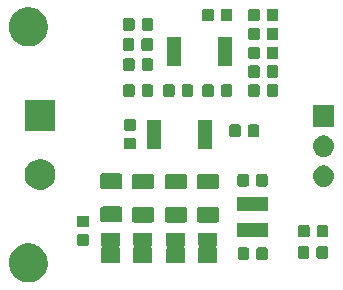
<source format=gts>
G04 #@! TF.GenerationSoftware,KiCad,Pcbnew,(5.1.2)-1*
G04 #@! TF.CreationDate,2021-08-24T10:23:30+09:00*
G04 #@! TF.ProjectId,csa,6373612e-6b69-4636-9164-5f7063625858,v1.3*
G04 #@! TF.SameCoordinates,Original*
G04 #@! TF.FileFunction,Soldermask,Top*
G04 #@! TF.FilePolarity,Negative*
%FSLAX46Y46*%
G04 Gerber Fmt 4.6, Leading zero omitted, Abs format (unit mm)*
G04 Created by KiCad (PCBNEW (5.1.2)-1) date 2021-08-24 10:23:30*
%MOMM*%
%LPD*%
G04 APERTURE LIST*
%ADD10C,0.100000*%
G04 APERTURE END LIST*
D10*
G36*
X140366674Y-130389591D02*
G01*
X140481579Y-130412447D01*
X140653985Y-130483860D01*
X140781922Y-130536853D01*
X140782042Y-130536903D01*
X141052451Y-130717585D01*
X141282415Y-130947549D01*
X141463097Y-131217958D01*
X141569659Y-131475220D01*
X141587553Y-131518422D01*
X141628031Y-131721915D01*
X141651000Y-131837391D01*
X141651000Y-132162609D01*
X141587553Y-132481579D01*
X141463097Y-132782042D01*
X141282415Y-133052451D01*
X141052451Y-133282415D01*
X140782042Y-133463097D01*
X140481579Y-133587553D01*
X140375256Y-133608702D01*
X140162611Y-133651000D01*
X139837389Y-133651000D01*
X139624744Y-133608702D01*
X139518421Y-133587553D01*
X139217958Y-133463097D01*
X138947549Y-133282415D01*
X138717585Y-133052451D01*
X138536903Y-132782042D01*
X138412447Y-132481579D01*
X138349000Y-132162609D01*
X138349000Y-131837391D01*
X138371970Y-131721915D01*
X138412447Y-131518422D01*
X138430342Y-131475220D01*
X138536903Y-131217958D01*
X138717585Y-130947549D01*
X138947549Y-130717585D01*
X139217958Y-130536903D01*
X139218079Y-130536853D01*
X139346015Y-130483860D01*
X139518421Y-130412447D01*
X139633326Y-130389591D01*
X139837389Y-130349000D01*
X140162611Y-130349000D01*
X140366674Y-130389591D01*
X140366674Y-130389591D01*
G37*
G36*
X153259999Y-129449737D02*
G01*
X153269608Y-129452652D01*
X153278472Y-129457390D01*
X153286237Y-129463763D01*
X153292610Y-129471528D01*
X153297348Y-129480392D01*
X153300262Y-129490000D01*
X153301852Y-129506140D01*
X153301852Y-130493860D01*
X153300263Y-130509999D01*
X153297348Y-130519608D01*
X153292610Y-130528472D01*
X153286258Y-130536212D01*
X153286237Y-130536237D01*
X153278427Y-130542640D01*
X153278372Y-130542677D01*
X153268853Y-130550480D01*
X153268878Y-130550511D01*
X153255028Y-130561853D01*
X153239463Y-130580779D01*
X153227889Y-130602377D01*
X153220751Y-130625819D01*
X153218324Y-130650202D01*
X153220700Y-130674591D01*
X153227789Y-130698047D01*
X153239318Y-130719670D01*
X153254843Y-130738628D01*
X153273769Y-130754193D01*
X153276825Y-130756029D01*
X153278514Y-130757418D01*
X153278516Y-130757419D01*
X153286275Y-130763801D01*
X153288397Y-130766392D01*
X153292642Y-130771575D01*
X153295791Y-130777483D01*
X153297367Y-130780438D01*
X153299178Y-130786431D01*
X153300282Y-130790085D01*
X153301852Y-130806113D01*
X153301852Y-131943860D01*
X153300263Y-131959999D01*
X153297348Y-131969608D01*
X153292610Y-131978472D01*
X153286237Y-131986237D01*
X153278472Y-131992610D01*
X153269608Y-131997348D01*
X153259999Y-132000263D01*
X153243860Y-132001852D01*
X151756140Y-132001852D01*
X151740001Y-132000263D01*
X151730392Y-131997348D01*
X151721528Y-131992610D01*
X151713763Y-131986237D01*
X151707390Y-131978472D01*
X151702652Y-131969608D01*
X151699737Y-131959999D01*
X151698148Y-131943860D01*
X151698148Y-130806140D01*
X151699738Y-130790000D01*
X151702652Y-130780392D01*
X151707390Y-130771528D01*
X151713763Y-130763763D01*
X151726737Y-130753116D01*
X151735968Y-130746947D01*
X151753294Y-130729619D01*
X151766907Y-130709244D01*
X151776283Y-130686605D01*
X151781063Y-130662572D01*
X151781062Y-130638068D01*
X151776280Y-130614035D01*
X151766902Y-130591396D01*
X151753287Y-130571022D01*
X151735959Y-130553696D01*
X151726683Y-130546825D01*
X151713800Y-130536274D01*
X151709715Y-130531307D01*
X151707419Y-130528516D01*
X151702674Y-130519661D01*
X151701749Y-130516623D01*
X151699758Y-130510085D01*
X151699758Y-130510082D01*
X151699748Y-130510050D01*
X151698753Y-130500000D01*
X151698753Y-130499935D01*
X151698148Y-130493825D01*
X151698148Y-129506140D01*
X151699738Y-129490000D01*
X151702652Y-129480392D01*
X151707390Y-129471528D01*
X151713763Y-129463763D01*
X151721528Y-129457390D01*
X151730392Y-129452652D01*
X151740001Y-129449737D01*
X151756140Y-129448148D01*
X153243860Y-129448148D01*
X153259999Y-129449737D01*
X153259999Y-129449737D01*
G37*
G36*
X147749999Y-129439737D02*
G01*
X147759608Y-129442652D01*
X147768472Y-129447390D01*
X147776237Y-129453763D01*
X147782610Y-129461528D01*
X147787348Y-129470392D01*
X147790263Y-129480001D01*
X147791852Y-129496140D01*
X147791852Y-130483860D01*
X147790263Y-130499999D01*
X147787348Y-130509608D01*
X147782610Y-130518472D01*
X147776833Y-130525511D01*
X147776237Y-130526237D01*
X147768427Y-130532640D01*
X147768372Y-130532677D01*
X147758853Y-130540480D01*
X147758878Y-130540511D01*
X147745028Y-130551853D01*
X147729463Y-130570779D01*
X147717889Y-130592377D01*
X147710751Y-130615819D01*
X147708324Y-130640202D01*
X147710700Y-130664591D01*
X147717789Y-130688047D01*
X147729318Y-130709670D01*
X147744843Y-130728628D01*
X147763769Y-130744193D01*
X147766825Y-130746029D01*
X147768514Y-130747418D01*
X147768516Y-130747419D01*
X147776275Y-130753801D01*
X147777578Y-130755392D01*
X147782642Y-130761575D01*
X147784497Y-130765055D01*
X147787367Y-130770438D01*
X147790257Y-130780001D01*
X147790282Y-130780085D01*
X147791852Y-130796113D01*
X147791852Y-131933860D01*
X147790263Y-131949999D01*
X147787348Y-131959608D01*
X147782610Y-131968472D01*
X147776237Y-131976237D01*
X147768472Y-131982610D01*
X147759608Y-131987348D01*
X147749999Y-131990263D01*
X147733860Y-131991852D01*
X146246140Y-131991852D01*
X146230001Y-131990263D01*
X146220392Y-131987348D01*
X146211528Y-131982610D01*
X146203763Y-131976237D01*
X146197390Y-131968472D01*
X146192652Y-131959608D01*
X146189737Y-131949999D01*
X146188148Y-131933860D01*
X146188148Y-130796140D01*
X146189737Y-130780001D01*
X146192652Y-130770392D01*
X146197390Y-130761528D01*
X146203763Y-130753763D01*
X146216737Y-130743116D01*
X146225968Y-130736947D01*
X146243294Y-130719619D01*
X146256907Y-130699244D01*
X146266283Y-130676605D01*
X146271063Y-130652572D01*
X146271062Y-130628068D01*
X146266280Y-130604035D01*
X146256902Y-130581396D01*
X146243287Y-130561022D01*
X146225959Y-130543696D01*
X146216683Y-130536825D01*
X146206757Y-130528696D01*
X146203801Y-130526275D01*
X146197419Y-130518516D01*
X146192674Y-130509661D01*
X146190803Y-130503515D01*
X146189758Y-130500085D01*
X146189758Y-130500082D01*
X146189748Y-130500050D01*
X146188753Y-130490000D01*
X146188753Y-130489935D01*
X146188148Y-130483825D01*
X146188148Y-129496140D01*
X146189737Y-129480001D01*
X146192652Y-129470392D01*
X146197390Y-129461528D01*
X146203763Y-129453763D01*
X146211528Y-129447390D01*
X146220392Y-129442652D01*
X146230001Y-129439737D01*
X146246140Y-129438148D01*
X147733860Y-129438148D01*
X147749999Y-129439737D01*
X147749999Y-129439737D01*
G37*
G36*
X155959999Y-129424737D02*
G01*
X155969608Y-129427652D01*
X155978472Y-129432390D01*
X155986237Y-129438763D01*
X155992610Y-129446528D01*
X155997348Y-129455392D01*
X156000263Y-129465001D01*
X156001852Y-129481140D01*
X156001852Y-130468860D01*
X156000263Y-130484999D01*
X155997348Y-130494608D01*
X155992610Y-130503472D01*
X155986258Y-130511212D01*
X155986237Y-130511237D01*
X155978427Y-130517640D01*
X155978372Y-130517677D01*
X155968853Y-130525480D01*
X155968878Y-130525511D01*
X155955028Y-130536853D01*
X155939463Y-130555779D01*
X155927889Y-130577377D01*
X155920751Y-130600819D01*
X155918324Y-130625202D01*
X155920700Y-130649591D01*
X155927789Y-130673047D01*
X155939318Y-130694670D01*
X155954843Y-130713628D01*
X155973769Y-130729193D01*
X155976825Y-130731029D01*
X155978514Y-130732418D01*
X155978516Y-130732419D01*
X155986275Y-130738801D01*
X155988397Y-130741392D01*
X155992642Y-130746575D01*
X155994322Y-130749727D01*
X155997367Y-130755438D01*
X155999894Y-130763800D01*
X156000282Y-130765085D01*
X156001852Y-130781113D01*
X156001852Y-131918860D01*
X156000263Y-131934999D01*
X155997348Y-131944608D01*
X155992610Y-131953472D01*
X155986237Y-131961237D01*
X155978472Y-131967610D01*
X155969608Y-131972348D01*
X155959999Y-131975263D01*
X155943860Y-131976852D01*
X154456140Y-131976852D01*
X154440001Y-131975263D01*
X154430392Y-131972348D01*
X154421528Y-131967610D01*
X154413763Y-131961237D01*
X154407390Y-131953472D01*
X154402652Y-131944608D01*
X154399737Y-131934999D01*
X154398148Y-131918860D01*
X154398148Y-130781140D01*
X154399737Y-130765001D01*
X154402652Y-130755392D01*
X154407390Y-130746528D01*
X154413763Y-130738763D01*
X154426737Y-130728116D01*
X154435968Y-130721947D01*
X154453294Y-130704619D01*
X154466907Y-130684244D01*
X154476283Y-130661605D01*
X154481063Y-130637572D01*
X154481062Y-130613068D01*
X154476280Y-130589035D01*
X154466902Y-130566396D01*
X154453287Y-130546022D01*
X154435959Y-130528696D01*
X154426683Y-130521825D01*
X154413800Y-130511274D01*
X154412430Y-130509608D01*
X154407419Y-130503516D01*
X154402674Y-130494661D01*
X154401255Y-130490000D01*
X154399758Y-130485085D01*
X154399758Y-130485082D01*
X154399748Y-130485050D01*
X154398753Y-130475000D01*
X154398753Y-130474935D01*
X154398148Y-130468825D01*
X154398148Y-129481140D01*
X154399737Y-129465001D01*
X154402652Y-129455392D01*
X154407390Y-129446528D01*
X154413763Y-129438763D01*
X154421528Y-129432390D01*
X154430392Y-129427652D01*
X154440001Y-129424737D01*
X154456140Y-129423148D01*
X155943860Y-129423148D01*
X155959999Y-129424737D01*
X155959999Y-129424737D01*
G37*
G36*
X150459999Y-129424737D02*
G01*
X150469608Y-129427652D01*
X150478472Y-129432390D01*
X150486237Y-129438763D01*
X150492610Y-129446528D01*
X150497348Y-129455392D01*
X150500263Y-129465001D01*
X150501852Y-129481140D01*
X150501852Y-130468860D01*
X150500263Y-130484999D01*
X150497348Y-130494608D01*
X150492610Y-130503472D01*
X150486258Y-130511212D01*
X150486237Y-130511237D01*
X150478427Y-130517640D01*
X150478372Y-130517677D01*
X150468853Y-130525480D01*
X150468878Y-130525511D01*
X150455028Y-130536853D01*
X150439463Y-130555779D01*
X150427889Y-130577377D01*
X150420751Y-130600819D01*
X150418324Y-130625202D01*
X150420700Y-130649591D01*
X150427789Y-130673047D01*
X150439318Y-130694670D01*
X150454843Y-130713628D01*
X150473769Y-130729193D01*
X150476825Y-130731029D01*
X150478514Y-130732418D01*
X150478516Y-130732419D01*
X150486275Y-130738801D01*
X150488397Y-130741392D01*
X150492642Y-130746575D01*
X150494322Y-130749727D01*
X150497367Y-130755438D01*
X150499894Y-130763800D01*
X150500282Y-130765085D01*
X150501852Y-130781113D01*
X150501852Y-131918860D01*
X150500263Y-131934999D01*
X150497348Y-131944608D01*
X150492610Y-131953472D01*
X150486237Y-131961237D01*
X150478472Y-131967610D01*
X150469608Y-131972348D01*
X150459999Y-131975263D01*
X150443860Y-131976852D01*
X148956140Y-131976852D01*
X148940001Y-131975263D01*
X148930392Y-131972348D01*
X148921528Y-131967610D01*
X148913763Y-131961237D01*
X148907390Y-131953472D01*
X148902652Y-131944608D01*
X148899737Y-131934999D01*
X148898148Y-131918860D01*
X148898148Y-130781140D01*
X148899737Y-130765001D01*
X148902652Y-130755392D01*
X148907390Y-130746528D01*
X148913763Y-130738763D01*
X148926737Y-130728116D01*
X148935968Y-130721947D01*
X148953294Y-130704619D01*
X148966907Y-130684244D01*
X148976283Y-130661605D01*
X148981063Y-130637572D01*
X148981062Y-130613068D01*
X148976280Y-130589035D01*
X148966902Y-130566396D01*
X148953287Y-130546022D01*
X148935959Y-130528696D01*
X148926683Y-130521825D01*
X148913800Y-130511274D01*
X148912430Y-130509608D01*
X148907419Y-130503516D01*
X148902674Y-130494661D01*
X148901255Y-130490000D01*
X148899758Y-130485085D01*
X148899758Y-130485082D01*
X148899748Y-130485050D01*
X148898753Y-130475000D01*
X148898753Y-130474935D01*
X148898148Y-130468825D01*
X148898148Y-129481140D01*
X148899737Y-129465001D01*
X148902652Y-129455392D01*
X148907390Y-129446528D01*
X148913763Y-129438763D01*
X148921528Y-129432390D01*
X148930392Y-129427652D01*
X148940001Y-129424737D01*
X148956140Y-129423148D01*
X150443860Y-129423148D01*
X150459999Y-129424737D01*
X150459999Y-129424737D01*
G37*
G36*
X160129591Y-130678085D02*
G01*
X160163569Y-130688393D01*
X160194890Y-130705134D01*
X160222339Y-130727661D01*
X160244866Y-130755110D01*
X160261607Y-130786431D01*
X160271915Y-130820409D01*
X160276000Y-130861890D01*
X160276000Y-131538110D01*
X160271915Y-131579591D01*
X160261607Y-131613569D01*
X160244866Y-131644890D01*
X160222339Y-131672339D01*
X160194890Y-131694866D01*
X160163569Y-131711607D01*
X160129591Y-131721915D01*
X160088110Y-131726000D01*
X159486890Y-131726000D01*
X159445409Y-131721915D01*
X159411431Y-131711607D01*
X159380110Y-131694866D01*
X159352661Y-131672339D01*
X159330134Y-131644890D01*
X159313393Y-131613569D01*
X159303085Y-131579591D01*
X159299000Y-131538110D01*
X159299000Y-130861890D01*
X159303085Y-130820409D01*
X159313393Y-130786431D01*
X159330134Y-130755110D01*
X159352661Y-130727661D01*
X159380110Y-130705134D01*
X159411431Y-130688393D01*
X159445409Y-130678085D01*
X159486890Y-130674000D01*
X160088110Y-130674000D01*
X160129591Y-130678085D01*
X160129591Y-130678085D01*
G37*
G36*
X158554591Y-130678085D02*
G01*
X158588569Y-130688393D01*
X158619890Y-130705134D01*
X158647339Y-130727661D01*
X158669866Y-130755110D01*
X158686607Y-130786431D01*
X158696915Y-130820409D01*
X158701000Y-130861890D01*
X158701000Y-131538110D01*
X158696915Y-131579591D01*
X158686607Y-131613569D01*
X158669866Y-131644890D01*
X158647339Y-131672339D01*
X158619890Y-131694866D01*
X158588569Y-131711607D01*
X158554591Y-131721915D01*
X158513110Y-131726000D01*
X157911890Y-131726000D01*
X157870409Y-131721915D01*
X157836431Y-131711607D01*
X157805110Y-131694866D01*
X157777661Y-131672339D01*
X157755134Y-131644890D01*
X157738393Y-131613569D01*
X157728085Y-131579591D01*
X157724000Y-131538110D01*
X157724000Y-130861890D01*
X157728085Y-130820409D01*
X157738393Y-130786431D01*
X157755134Y-130755110D01*
X157777661Y-130727661D01*
X157805110Y-130705134D01*
X157836431Y-130688393D01*
X157870409Y-130678085D01*
X157911890Y-130674000D01*
X158513110Y-130674000D01*
X158554591Y-130678085D01*
X158554591Y-130678085D01*
G37*
G36*
X165229591Y-130578085D02*
G01*
X165263569Y-130588393D01*
X165294890Y-130605134D01*
X165322339Y-130627661D01*
X165344866Y-130655110D01*
X165361607Y-130686431D01*
X165371915Y-130720409D01*
X165376000Y-130761890D01*
X165376000Y-131438110D01*
X165371915Y-131479591D01*
X165361607Y-131513569D01*
X165344866Y-131544890D01*
X165322339Y-131572339D01*
X165294890Y-131594866D01*
X165263569Y-131611607D01*
X165229591Y-131621915D01*
X165188110Y-131626000D01*
X164586890Y-131626000D01*
X164545409Y-131621915D01*
X164511431Y-131611607D01*
X164480110Y-131594866D01*
X164452661Y-131572339D01*
X164430134Y-131544890D01*
X164413393Y-131513569D01*
X164403085Y-131479591D01*
X164399000Y-131438110D01*
X164399000Y-130761890D01*
X164403085Y-130720409D01*
X164413393Y-130686431D01*
X164430134Y-130655110D01*
X164452661Y-130627661D01*
X164480110Y-130605134D01*
X164511431Y-130588393D01*
X164545409Y-130578085D01*
X164586890Y-130574000D01*
X165188110Y-130574000D01*
X165229591Y-130578085D01*
X165229591Y-130578085D01*
G37*
G36*
X163654591Y-130578085D02*
G01*
X163688569Y-130588393D01*
X163719890Y-130605134D01*
X163747339Y-130627661D01*
X163769866Y-130655110D01*
X163786607Y-130686431D01*
X163796915Y-130720409D01*
X163801000Y-130761890D01*
X163801000Y-131438110D01*
X163796915Y-131479591D01*
X163786607Y-131513569D01*
X163769866Y-131544890D01*
X163747339Y-131572339D01*
X163719890Y-131594866D01*
X163688569Y-131611607D01*
X163654591Y-131621915D01*
X163613110Y-131626000D01*
X163011890Y-131626000D01*
X162970409Y-131621915D01*
X162936431Y-131611607D01*
X162905110Y-131594866D01*
X162877661Y-131572339D01*
X162855134Y-131544890D01*
X162838393Y-131513569D01*
X162828085Y-131479591D01*
X162824000Y-131438110D01*
X162824000Y-130761890D01*
X162828085Y-130720409D01*
X162838393Y-130686431D01*
X162855134Y-130655110D01*
X162877661Y-130627661D01*
X162905110Y-130605134D01*
X162936431Y-130588393D01*
X162970409Y-130578085D01*
X163011890Y-130574000D01*
X163613110Y-130574000D01*
X163654591Y-130578085D01*
X163654591Y-130578085D01*
G37*
G36*
X145019591Y-129563085D02*
G01*
X145053569Y-129573393D01*
X145084890Y-129590134D01*
X145112339Y-129612661D01*
X145134866Y-129640110D01*
X145151607Y-129671431D01*
X145161915Y-129705409D01*
X145166000Y-129746890D01*
X145166000Y-130348110D01*
X145161915Y-130389591D01*
X145151607Y-130423569D01*
X145134866Y-130454890D01*
X145112339Y-130482339D01*
X145084890Y-130504866D01*
X145053569Y-130521607D01*
X145019591Y-130531915D01*
X144978110Y-130536000D01*
X144301890Y-130536000D01*
X144260409Y-130531915D01*
X144226431Y-130521607D01*
X144195110Y-130504866D01*
X144167661Y-130482339D01*
X144145134Y-130454890D01*
X144128393Y-130423569D01*
X144118085Y-130389591D01*
X144114000Y-130348110D01*
X144114000Y-129746890D01*
X144118085Y-129705409D01*
X144128393Y-129671431D01*
X144145134Y-129640110D01*
X144167661Y-129612661D01*
X144195110Y-129590134D01*
X144226431Y-129573393D01*
X144260409Y-129563085D01*
X144301890Y-129559000D01*
X144978110Y-129559000D01*
X145019591Y-129563085D01*
X145019591Y-129563085D01*
G37*
G36*
X165241591Y-128778085D02*
G01*
X165275569Y-128788393D01*
X165306890Y-128805134D01*
X165334339Y-128827661D01*
X165356866Y-128855110D01*
X165373607Y-128886431D01*
X165383915Y-128920409D01*
X165388000Y-128961890D01*
X165388000Y-129638110D01*
X165383915Y-129679591D01*
X165373607Y-129713569D01*
X165356866Y-129744890D01*
X165334339Y-129772339D01*
X165306890Y-129794866D01*
X165275569Y-129811607D01*
X165241591Y-129821915D01*
X165200110Y-129826000D01*
X164598890Y-129826000D01*
X164557409Y-129821915D01*
X164523431Y-129811607D01*
X164492110Y-129794866D01*
X164464661Y-129772339D01*
X164442134Y-129744890D01*
X164425393Y-129713569D01*
X164415085Y-129679591D01*
X164411000Y-129638110D01*
X164411000Y-128961890D01*
X164415085Y-128920409D01*
X164425393Y-128886431D01*
X164442134Y-128855110D01*
X164464661Y-128827661D01*
X164492110Y-128805134D01*
X164523431Y-128788393D01*
X164557409Y-128778085D01*
X164598890Y-128774000D01*
X165200110Y-128774000D01*
X165241591Y-128778085D01*
X165241591Y-128778085D01*
G37*
G36*
X163666591Y-128778085D02*
G01*
X163700569Y-128788393D01*
X163731890Y-128805134D01*
X163759339Y-128827661D01*
X163781866Y-128855110D01*
X163798607Y-128886431D01*
X163808915Y-128920409D01*
X163813000Y-128961890D01*
X163813000Y-129638110D01*
X163808915Y-129679591D01*
X163798607Y-129713569D01*
X163781866Y-129744890D01*
X163759339Y-129772339D01*
X163731890Y-129794866D01*
X163700569Y-129811607D01*
X163666591Y-129821915D01*
X163625110Y-129826000D01*
X163023890Y-129826000D01*
X162982409Y-129821915D01*
X162948431Y-129811607D01*
X162917110Y-129794866D01*
X162889661Y-129772339D01*
X162867134Y-129744890D01*
X162850393Y-129713569D01*
X162840085Y-129679591D01*
X162836000Y-129638110D01*
X162836000Y-128961890D01*
X162840085Y-128920409D01*
X162850393Y-128886431D01*
X162867134Y-128855110D01*
X162889661Y-128827661D01*
X162917110Y-128805134D01*
X162948431Y-128788393D01*
X162982409Y-128778085D01*
X163023890Y-128774000D01*
X163625110Y-128774000D01*
X163666591Y-128778085D01*
X163666591Y-128778085D01*
G37*
G36*
X160326000Y-129781000D02*
G01*
X157674000Y-129781000D01*
X157674000Y-128619000D01*
X160326000Y-128619000D01*
X160326000Y-129781000D01*
X160326000Y-129781000D01*
G37*
G36*
X145019591Y-127988085D02*
G01*
X145053569Y-127998393D01*
X145084890Y-128015134D01*
X145112339Y-128037661D01*
X145134866Y-128065110D01*
X145151607Y-128096431D01*
X145161915Y-128130409D01*
X145166000Y-128171890D01*
X145166000Y-128773110D01*
X145161915Y-128814591D01*
X145151607Y-128848569D01*
X145134866Y-128879890D01*
X145112339Y-128907339D01*
X145084890Y-128929866D01*
X145053569Y-128946607D01*
X145019591Y-128956915D01*
X144978110Y-128961000D01*
X144301890Y-128961000D01*
X144260409Y-128956915D01*
X144226431Y-128946607D01*
X144195110Y-128929866D01*
X144167661Y-128907339D01*
X144145134Y-128879890D01*
X144128393Y-128848569D01*
X144118085Y-128814591D01*
X144114000Y-128773110D01*
X144114000Y-128171890D01*
X144118085Y-128130409D01*
X144128393Y-128096431D01*
X144145134Y-128065110D01*
X144167661Y-128037661D01*
X144195110Y-128015134D01*
X144226431Y-127998393D01*
X144260409Y-127988085D01*
X144301890Y-127984000D01*
X144978110Y-127984000D01*
X145019591Y-127988085D01*
X145019591Y-127988085D01*
G37*
G36*
X155968604Y-127228347D02*
G01*
X156005144Y-127239432D01*
X156038821Y-127257433D01*
X156068341Y-127281659D01*
X156092567Y-127311179D01*
X156110568Y-127344856D01*
X156121653Y-127381396D01*
X156126000Y-127425538D01*
X156126000Y-128374462D01*
X156121653Y-128418604D01*
X156110568Y-128455144D01*
X156092567Y-128488821D01*
X156068341Y-128518341D01*
X156038821Y-128542567D01*
X156005144Y-128560568D01*
X155968604Y-128571653D01*
X155924462Y-128576000D01*
X154475538Y-128576000D01*
X154431396Y-128571653D01*
X154394856Y-128560568D01*
X154361179Y-128542567D01*
X154331659Y-128518341D01*
X154307433Y-128488821D01*
X154289432Y-128455144D01*
X154278347Y-128418604D01*
X154274000Y-128374462D01*
X154274000Y-127425538D01*
X154278347Y-127381396D01*
X154289432Y-127344856D01*
X154307433Y-127311179D01*
X154331659Y-127281659D01*
X154361179Y-127257433D01*
X154394856Y-127239432D01*
X154431396Y-127228347D01*
X154475538Y-127224000D01*
X155924462Y-127224000D01*
X155968604Y-127228347D01*
X155968604Y-127228347D01*
G37*
G36*
X150468604Y-127228347D02*
G01*
X150505144Y-127239432D01*
X150538821Y-127257433D01*
X150568341Y-127281659D01*
X150592567Y-127311179D01*
X150610568Y-127344856D01*
X150621653Y-127381396D01*
X150626000Y-127425538D01*
X150626000Y-128374462D01*
X150621653Y-128418604D01*
X150610568Y-128455144D01*
X150592567Y-128488821D01*
X150568341Y-128518341D01*
X150538821Y-128542567D01*
X150505144Y-128560568D01*
X150468604Y-128571653D01*
X150424462Y-128576000D01*
X148975538Y-128576000D01*
X148931396Y-128571653D01*
X148894856Y-128560568D01*
X148861179Y-128542567D01*
X148831659Y-128518341D01*
X148807433Y-128488821D01*
X148789432Y-128455144D01*
X148778347Y-128418604D01*
X148774000Y-128374462D01*
X148774000Y-127425538D01*
X148778347Y-127381396D01*
X148789432Y-127344856D01*
X148807433Y-127311179D01*
X148831659Y-127281659D01*
X148861179Y-127257433D01*
X148894856Y-127239432D01*
X148931396Y-127228347D01*
X148975538Y-127224000D01*
X150424462Y-127224000D01*
X150468604Y-127228347D01*
X150468604Y-127228347D01*
G37*
G36*
X153268604Y-127228347D02*
G01*
X153305144Y-127239432D01*
X153338821Y-127257433D01*
X153368341Y-127281659D01*
X153392567Y-127311179D01*
X153410568Y-127344856D01*
X153421653Y-127381396D01*
X153426000Y-127425538D01*
X153426000Y-128374462D01*
X153421653Y-128418604D01*
X153410568Y-128455144D01*
X153392567Y-128488821D01*
X153368341Y-128518341D01*
X153338821Y-128542567D01*
X153305144Y-128560568D01*
X153268604Y-128571653D01*
X153224462Y-128576000D01*
X151775538Y-128576000D01*
X151731396Y-128571653D01*
X151694856Y-128560568D01*
X151661179Y-128542567D01*
X151631659Y-128518341D01*
X151607433Y-128488821D01*
X151589432Y-128455144D01*
X151578347Y-128418604D01*
X151574000Y-128374462D01*
X151574000Y-127425538D01*
X151578347Y-127381396D01*
X151589432Y-127344856D01*
X151607433Y-127311179D01*
X151631659Y-127281659D01*
X151661179Y-127257433D01*
X151694856Y-127239432D01*
X151731396Y-127228347D01*
X151775538Y-127224000D01*
X153224462Y-127224000D01*
X153268604Y-127228347D01*
X153268604Y-127228347D01*
G37*
G36*
X147788604Y-127218347D02*
G01*
X147825144Y-127229432D01*
X147858821Y-127247433D01*
X147888341Y-127271659D01*
X147912567Y-127301179D01*
X147930568Y-127334856D01*
X147941653Y-127371396D01*
X147946000Y-127415538D01*
X147946000Y-128364462D01*
X147941653Y-128408604D01*
X147930568Y-128445144D01*
X147912567Y-128478821D01*
X147888341Y-128508341D01*
X147858821Y-128532567D01*
X147825144Y-128550568D01*
X147788604Y-128561653D01*
X147744462Y-128566000D01*
X146295538Y-128566000D01*
X146251396Y-128561653D01*
X146214856Y-128550568D01*
X146181179Y-128532567D01*
X146151659Y-128508341D01*
X146127433Y-128478821D01*
X146109432Y-128445144D01*
X146098347Y-128408604D01*
X146094000Y-128364462D01*
X146094000Y-127415538D01*
X146098347Y-127371396D01*
X146109432Y-127334856D01*
X146127433Y-127301179D01*
X146151659Y-127271659D01*
X146181179Y-127247433D01*
X146214856Y-127229432D01*
X146251396Y-127218347D01*
X146295538Y-127214000D01*
X147744462Y-127214000D01*
X147788604Y-127218347D01*
X147788604Y-127218347D01*
G37*
G36*
X160326000Y-127581000D02*
G01*
X157674000Y-127581000D01*
X157674000Y-126419000D01*
X160326000Y-126419000D01*
X160326000Y-127581000D01*
X160326000Y-127581000D01*
G37*
G36*
X141379487Y-123248996D02*
G01*
X141616253Y-123347068D01*
X141616255Y-123347069D01*
X141829339Y-123489447D01*
X142010553Y-123670661D01*
X142056216Y-123739000D01*
X142152932Y-123883747D01*
X142251004Y-124120513D01*
X142301000Y-124371861D01*
X142301000Y-124628139D01*
X142251004Y-124879487D01*
X142152932Y-125116253D01*
X142152931Y-125116255D01*
X142010553Y-125329339D01*
X141829339Y-125510553D01*
X141616255Y-125652931D01*
X141616254Y-125652932D01*
X141616253Y-125652932D01*
X141379487Y-125751004D01*
X141128139Y-125801000D01*
X140871861Y-125801000D01*
X140620513Y-125751004D01*
X140383747Y-125652932D01*
X140383746Y-125652932D01*
X140383745Y-125652931D01*
X140170661Y-125510553D01*
X139989447Y-125329339D01*
X139847069Y-125116255D01*
X139847068Y-125116253D01*
X139748996Y-124879487D01*
X139699000Y-124628139D01*
X139699000Y-124371861D01*
X139748996Y-124120513D01*
X139847068Y-123883747D01*
X139943785Y-123739000D01*
X139989447Y-123670661D01*
X140170661Y-123489447D01*
X140383745Y-123347069D01*
X140383747Y-123347068D01*
X140620513Y-123248996D01*
X140871861Y-123199000D01*
X141128139Y-123199000D01*
X141379487Y-123248996D01*
X141379487Y-123248996D01*
G37*
G36*
X155968604Y-124428347D02*
G01*
X156005144Y-124439432D01*
X156038821Y-124457433D01*
X156068341Y-124481659D01*
X156092567Y-124511179D01*
X156110568Y-124544856D01*
X156121653Y-124581396D01*
X156126000Y-124625538D01*
X156126000Y-125574462D01*
X156121653Y-125618604D01*
X156110568Y-125655144D01*
X156092567Y-125688821D01*
X156068341Y-125718341D01*
X156038821Y-125742567D01*
X156005144Y-125760568D01*
X155968604Y-125771653D01*
X155924462Y-125776000D01*
X154475538Y-125776000D01*
X154431396Y-125771653D01*
X154394856Y-125760568D01*
X154361179Y-125742567D01*
X154331659Y-125718341D01*
X154307433Y-125688821D01*
X154289432Y-125655144D01*
X154278347Y-125618604D01*
X154274000Y-125574462D01*
X154274000Y-124625538D01*
X154278347Y-124581396D01*
X154289432Y-124544856D01*
X154307433Y-124511179D01*
X154331659Y-124481659D01*
X154361179Y-124457433D01*
X154394856Y-124439432D01*
X154431396Y-124428347D01*
X154475538Y-124424000D01*
X155924462Y-124424000D01*
X155968604Y-124428347D01*
X155968604Y-124428347D01*
G37*
G36*
X153268604Y-124428347D02*
G01*
X153305144Y-124439432D01*
X153338821Y-124457433D01*
X153368341Y-124481659D01*
X153392567Y-124511179D01*
X153410568Y-124544856D01*
X153421653Y-124581396D01*
X153426000Y-124625538D01*
X153426000Y-125574462D01*
X153421653Y-125618604D01*
X153410568Y-125655144D01*
X153392567Y-125688821D01*
X153368341Y-125718341D01*
X153338821Y-125742567D01*
X153305144Y-125760568D01*
X153268604Y-125771653D01*
X153224462Y-125776000D01*
X151775538Y-125776000D01*
X151731396Y-125771653D01*
X151694856Y-125760568D01*
X151661179Y-125742567D01*
X151631659Y-125718341D01*
X151607433Y-125688821D01*
X151589432Y-125655144D01*
X151578347Y-125618604D01*
X151574000Y-125574462D01*
X151574000Y-124625538D01*
X151578347Y-124581396D01*
X151589432Y-124544856D01*
X151607433Y-124511179D01*
X151631659Y-124481659D01*
X151661179Y-124457433D01*
X151694856Y-124439432D01*
X151731396Y-124428347D01*
X151775538Y-124424000D01*
X153224462Y-124424000D01*
X153268604Y-124428347D01*
X153268604Y-124428347D01*
G37*
G36*
X150468604Y-124428347D02*
G01*
X150505144Y-124439432D01*
X150538821Y-124457433D01*
X150568341Y-124481659D01*
X150592567Y-124511179D01*
X150610568Y-124544856D01*
X150621653Y-124581396D01*
X150626000Y-124625538D01*
X150626000Y-125574462D01*
X150621653Y-125618604D01*
X150610568Y-125655144D01*
X150592567Y-125688821D01*
X150568341Y-125718341D01*
X150538821Y-125742567D01*
X150505144Y-125760568D01*
X150468604Y-125771653D01*
X150424462Y-125776000D01*
X148975538Y-125776000D01*
X148931396Y-125771653D01*
X148894856Y-125760568D01*
X148861179Y-125742567D01*
X148831659Y-125718341D01*
X148807433Y-125688821D01*
X148789432Y-125655144D01*
X148778347Y-125618604D01*
X148774000Y-125574462D01*
X148774000Y-124625538D01*
X148778347Y-124581396D01*
X148789432Y-124544856D01*
X148807433Y-124511179D01*
X148831659Y-124481659D01*
X148861179Y-124457433D01*
X148894856Y-124439432D01*
X148931396Y-124428347D01*
X148975538Y-124424000D01*
X150424462Y-124424000D01*
X150468604Y-124428347D01*
X150468604Y-124428347D01*
G37*
G36*
X147788604Y-124418347D02*
G01*
X147825144Y-124429432D01*
X147858821Y-124447433D01*
X147888341Y-124471659D01*
X147912567Y-124501179D01*
X147930568Y-124534856D01*
X147941653Y-124571396D01*
X147946000Y-124615538D01*
X147946000Y-125564462D01*
X147941653Y-125608604D01*
X147930568Y-125645144D01*
X147912567Y-125678821D01*
X147888341Y-125708341D01*
X147858821Y-125732567D01*
X147825144Y-125750568D01*
X147788604Y-125761653D01*
X147744462Y-125766000D01*
X146295538Y-125766000D01*
X146251396Y-125761653D01*
X146214856Y-125750568D01*
X146181179Y-125732567D01*
X146151659Y-125708341D01*
X146127433Y-125678821D01*
X146109432Y-125645144D01*
X146098347Y-125608604D01*
X146094000Y-125564462D01*
X146094000Y-124615538D01*
X146098347Y-124571396D01*
X146109432Y-124534856D01*
X146127433Y-124501179D01*
X146151659Y-124471659D01*
X146181179Y-124447433D01*
X146214856Y-124429432D01*
X146251396Y-124418347D01*
X146295538Y-124414000D01*
X147744462Y-124414000D01*
X147788604Y-124418347D01*
X147788604Y-124418347D01*
G37*
G36*
X165110442Y-123745518D02*
G01*
X165176627Y-123752037D01*
X165346466Y-123803557D01*
X165502991Y-123887222D01*
X165538729Y-123916552D01*
X165640186Y-123999814D01*
X165723448Y-124101271D01*
X165752778Y-124137009D01*
X165836443Y-124293534D01*
X165887963Y-124463373D01*
X165905359Y-124640000D01*
X165887963Y-124816627D01*
X165836443Y-124986466D01*
X165752778Y-125142991D01*
X165723448Y-125178729D01*
X165640186Y-125280186D01*
X165580216Y-125329401D01*
X165502991Y-125392778D01*
X165346466Y-125476443D01*
X165176627Y-125527963D01*
X165110442Y-125534482D01*
X165044260Y-125541000D01*
X164955740Y-125541000D01*
X164889558Y-125534482D01*
X164823373Y-125527963D01*
X164653534Y-125476443D01*
X164497009Y-125392778D01*
X164419784Y-125329401D01*
X164359814Y-125280186D01*
X164276552Y-125178729D01*
X164247222Y-125142991D01*
X164163557Y-124986466D01*
X164112037Y-124816627D01*
X164094641Y-124640000D01*
X164112037Y-124463373D01*
X164163557Y-124293534D01*
X164247222Y-124137009D01*
X164276552Y-124101271D01*
X164359814Y-123999814D01*
X164461271Y-123916552D01*
X164497009Y-123887222D01*
X164653534Y-123803557D01*
X164823373Y-123752037D01*
X164889558Y-123745518D01*
X164955740Y-123739000D01*
X165044260Y-123739000D01*
X165110442Y-123745518D01*
X165110442Y-123745518D01*
G37*
G36*
X160117591Y-124478085D02*
G01*
X160151569Y-124488393D01*
X160182890Y-124505134D01*
X160210339Y-124527661D01*
X160232866Y-124555110D01*
X160249607Y-124586431D01*
X160259915Y-124620409D01*
X160264000Y-124661890D01*
X160264000Y-125338110D01*
X160259915Y-125379591D01*
X160249607Y-125413569D01*
X160232866Y-125444890D01*
X160210339Y-125472339D01*
X160182890Y-125494866D01*
X160151569Y-125511607D01*
X160117591Y-125521915D01*
X160076110Y-125526000D01*
X159474890Y-125526000D01*
X159433409Y-125521915D01*
X159399431Y-125511607D01*
X159368110Y-125494866D01*
X159340661Y-125472339D01*
X159318134Y-125444890D01*
X159301393Y-125413569D01*
X159291085Y-125379591D01*
X159287000Y-125338110D01*
X159287000Y-124661890D01*
X159291085Y-124620409D01*
X159301393Y-124586431D01*
X159318134Y-124555110D01*
X159340661Y-124527661D01*
X159368110Y-124505134D01*
X159399431Y-124488393D01*
X159433409Y-124478085D01*
X159474890Y-124474000D01*
X160076110Y-124474000D01*
X160117591Y-124478085D01*
X160117591Y-124478085D01*
G37*
G36*
X158542591Y-124478085D02*
G01*
X158576569Y-124488393D01*
X158607890Y-124505134D01*
X158635339Y-124527661D01*
X158657866Y-124555110D01*
X158674607Y-124586431D01*
X158684915Y-124620409D01*
X158689000Y-124661890D01*
X158689000Y-125338110D01*
X158684915Y-125379591D01*
X158674607Y-125413569D01*
X158657866Y-125444890D01*
X158635339Y-125472339D01*
X158607890Y-125494866D01*
X158576569Y-125511607D01*
X158542591Y-125521915D01*
X158501110Y-125526000D01*
X157899890Y-125526000D01*
X157858409Y-125521915D01*
X157824431Y-125511607D01*
X157793110Y-125494866D01*
X157765661Y-125472339D01*
X157743134Y-125444890D01*
X157726393Y-125413569D01*
X157716085Y-125379591D01*
X157712000Y-125338110D01*
X157712000Y-124661890D01*
X157716085Y-124620409D01*
X157726393Y-124586431D01*
X157743134Y-124555110D01*
X157765661Y-124527661D01*
X157793110Y-124505134D01*
X157824431Y-124488393D01*
X157858409Y-124478085D01*
X157899890Y-124474000D01*
X158501110Y-124474000D01*
X158542591Y-124478085D01*
X158542591Y-124478085D01*
G37*
G36*
X165110443Y-121205519D02*
G01*
X165176627Y-121212037D01*
X165346466Y-121263557D01*
X165502991Y-121347222D01*
X165538729Y-121376552D01*
X165640186Y-121459814D01*
X165704170Y-121537780D01*
X165752778Y-121597009D01*
X165836443Y-121753534D01*
X165887963Y-121923373D01*
X165905359Y-122100000D01*
X165887963Y-122276627D01*
X165836443Y-122446466D01*
X165752778Y-122602991D01*
X165723448Y-122638729D01*
X165640186Y-122740186D01*
X165538729Y-122823448D01*
X165502991Y-122852778D01*
X165346466Y-122936443D01*
X165176627Y-122987963D01*
X165110442Y-122994482D01*
X165044260Y-123001000D01*
X164955740Y-123001000D01*
X164889558Y-122994482D01*
X164823373Y-122987963D01*
X164653534Y-122936443D01*
X164497009Y-122852778D01*
X164461271Y-122823448D01*
X164359814Y-122740186D01*
X164276552Y-122638729D01*
X164247222Y-122602991D01*
X164163557Y-122446466D01*
X164112037Y-122276627D01*
X164094641Y-122100000D01*
X164112037Y-121923373D01*
X164163557Y-121753534D01*
X164247222Y-121597009D01*
X164295830Y-121537780D01*
X164359814Y-121459814D01*
X164461271Y-121376552D01*
X164497009Y-121347222D01*
X164653534Y-121263557D01*
X164823373Y-121212037D01*
X164889557Y-121205519D01*
X164955740Y-121199000D01*
X165044260Y-121199000D01*
X165110443Y-121205519D01*
X165110443Y-121205519D01*
G37*
G36*
X148979591Y-121391085D02*
G01*
X149013569Y-121401393D01*
X149044890Y-121418134D01*
X149072339Y-121440661D01*
X149094866Y-121468110D01*
X149111607Y-121499431D01*
X149121915Y-121533409D01*
X149126000Y-121574890D01*
X149126000Y-122176110D01*
X149121915Y-122217591D01*
X149111607Y-122251569D01*
X149094866Y-122282890D01*
X149072339Y-122310339D01*
X149044890Y-122332866D01*
X149013569Y-122349607D01*
X148979591Y-122359915D01*
X148938110Y-122364000D01*
X148261890Y-122364000D01*
X148220409Y-122359915D01*
X148186431Y-122349607D01*
X148155110Y-122332866D01*
X148127661Y-122310339D01*
X148105134Y-122282890D01*
X148088393Y-122251569D01*
X148078085Y-122217591D01*
X148074000Y-122176110D01*
X148074000Y-121574890D01*
X148078085Y-121533409D01*
X148088393Y-121499431D01*
X148105134Y-121468110D01*
X148127661Y-121440661D01*
X148155110Y-121418134D01*
X148186431Y-121401393D01*
X148220409Y-121391085D01*
X148261890Y-121387000D01*
X148938110Y-121387000D01*
X148979591Y-121391085D01*
X148979591Y-121391085D01*
G37*
G36*
X155551000Y-122326000D02*
G01*
X154349000Y-122326000D01*
X154349000Y-119874000D01*
X155551000Y-119874000D01*
X155551000Y-122326000D01*
X155551000Y-122326000D01*
G37*
G36*
X151251000Y-122326000D02*
G01*
X150049000Y-122326000D01*
X150049000Y-119874000D01*
X151251000Y-119874000D01*
X151251000Y-122326000D01*
X151251000Y-122326000D01*
G37*
G36*
X159417591Y-120278085D02*
G01*
X159451569Y-120288393D01*
X159482890Y-120305134D01*
X159510339Y-120327661D01*
X159532866Y-120355110D01*
X159549607Y-120386431D01*
X159559915Y-120420409D01*
X159564000Y-120461890D01*
X159564000Y-121138110D01*
X159559915Y-121179591D01*
X159549607Y-121213569D01*
X159532866Y-121244890D01*
X159510339Y-121272339D01*
X159482890Y-121294866D01*
X159451569Y-121311607D01*
X159417591Y-121321915D01*
X159376110Y-121326000D01*
X158774890Y-121326000D01*
X158733409Y-121321915D01*
X158699431Y-121311607D01*
X158668110Y-121294866D01*
X158640661Y-121272339D01*
X158618134Y-121244890D01*
X158601393Y-121213569D01*
X158591085Y-121179591D01*
X158587000Y-121138110D01*
X158587000Y-120461890D01*
X158591085Y-120420409D01*
X158601393Y-120386431D01*
X158618134Y-120355110D01*
X158640661Y-120327661D01*
X158668110Y-120305134D01*
X158699431Y-120288393D01*
X158733409Y-120278085D01*
X158774890Y-120274000D01*
X159376110Y-120274000D01*
X159417591Y-120278085D01*
X159417591Y-120278085D01*
G37*
G36*
X157842591Y-120278085D02*
G01*
X157876569Y-120288393D01*
X157907890Y-120305134D01*
X157935339Y-120327661D01*
X157957866Y-120355110D01*
X157974607Y-120386431D01*
X157984915Y-120420409D01*
X157989000Y-120461890D01*
X157989000Y-121138110D01*
X157984915Y-121179591D01*
X157974607Y-121213569D01*
X157957866Y-121244890D01*
X157935339Y-121272339D01*
X157907890Y-121294866D01*
X157876569Y-121311607D01*
X157842591Y-121321915D01*
X157801110Y-121326000D01*
X157199890Y-121326000D01*
X157158409Y-121321915D01*
X157124431Y-121311607D01*
X157093110Y-121294866D01*
X157065661Y-121272339D01*
X157043134Y-121244890D01*
X157026393Y-121213569D01*
X157016085Y-121179591D01*
X157012000Y-121138110D01*
X157012000Y-120461890D01*
X157016085Y-120420409D01*
X157026393Y-120386431D01*
X157043134Y-120355110D01*
X157065661Y-120327661D01*
X157093110Y-120305134D01*
X157124431Y-120288393D01*
X157158409Y-120278085D01*
X157199890Y-120274000D01*
X157801110Y-120274000D01*
X157842591Y-120278085D01*
X157842591Y-120278085D01*
G37*
G36*
X142301000Y-120801000D02*
G01*
X139699000Y-120801000D01*
X139699000Y-118199000D01*
X142301000Y-118199000D01*
X142301000Y-120801000D01*
X142301000Y-120801000D01*
G37*
G36*
X148979591Y-119816085D02*
G01*
X149013569Y-119826393D01*
X149044890Y-119843134D01*
X149072339Y-119865661D01*
X149094866Y-119893110D01*
X149111607Y-119924431D01*
X149121915Y-119958409D01*
X149126000Y-119999890D01*
X149126000Y-120601110D01*
X149121915Y-120642591D01*
X149111607Y-120676569D01*
X149094866Y-120707890D01*
X149072339Y-120735339D01*
X149044890Y-120757866D01*
X149013569Y-120774607D01*
X148979591Y-120784915D01*
X148938110Y-120789000D01*
X148261890Y-120789000D01*
X148220409Y-120784915D01*
X148186431Y-120774607D01*
X148155110Y-120757866D01*
X148127661Y-120735339D01*
X148105134Y-120707890D01*
X148088393Y-120676569D01*
X148078085Y-120642591D01*
X148074000Y-120601110D01*
X148074000Y-119999890D01*
X148078085Y-119958409D01*
X148088393Y-119924431D01*
X148105134Y-119893110D01*
X148127661Y-119865661D01*
X148155110Y-119843134D01*
X148186431Y-119826393D01*
X148220409Y-119816085D01*
X148261890Y-119812000D01*
X148938110Y-119812000D01*
X148979591Y-119816085D01*
X148979591Y-119816085D01*
G37*
G36*
X165901000Y-120461000D02*
G01*
X164099000Y-120461000D01*
X164099000Y-118659000D01*
X165901000Y-118659000D01*
X165901000Y-120461000D01*
X165901000Y-120461000D01*
G37*
G36*
X159442591Y-116878085D02*
G01*
X159476569Y-116888393D01*
X159507890Y-116905134D01*
X159535339Y-116927661D01*
X159557866Y-116955110D01*
X159574607Y-116986431D01*
X159584915Y-117020409D01*
X159589000Y-117061890D01*
X159589000Y-117738110D01*
X159584915Y-117779591D01*
X159574607Y-117813569D01*
X159557866Y-117844890D01*
X159535339Y-117872339D01*
X159507890Y-117894866D01*
X159476569Y-117911607D01*
X159442591Y-117921915D01*
X159401110Y-117926000D01*
X158799890Y-117926000D01*
X158758409Y-117921915D01*
X158724431Y-117911607D01*
X158693110Y-117894866D01*
X158665661Y-117872339D01*
X158643134Y-117844890D01*
X158626393Y-117813569D01*
X158616085Y-117779591D01*
X158612000Y-117738110D01*
X158612000Y-117061890D01*
X158616085Y-117020409D01*
X158626393Y-116986431D01*
X158643134Y-116955110D01*
X158665661Y-116927661D01*
X158693110Y-116905134D01*
X158724431Y-116888393D01*
X158758409Y-116878085D01*
X158799890Y-116874000D01*
X159401110Y-116874000D01*
X159442591Y-116878085D01*
X159442591Y-116878085D01*
G37*
G36*
X148854591Y-116878085D02*
G01*
X148888569Y-116888393D01*
X148919890Y-116905134D01*
X148947339Y-116927661D01*
X148969866Y-116955110D01*
X148986607Y-116986431D01*
X148996915Y-117020409D01*
X149001000Y-117061890D01*
X149001000Y-117738110D01*
X148996915Y-117779591D01*
X148986607Y-117813569D01*
X148969866Y-117844890D01*
X148947339Y-117872339D01*
X148919890Y-117894866D01*
X148888569Y-117911607D01*
X148854591Y-117921915D01*
X148813110Y-117926000D01*
X148211890Y-117926000D01*
X148170409Y-117921915D01*
X148136431Y-117911607D01*
X148105110Y-117894866D01*
X148077661Y-117872339D01*
X148055134Y-117844890D01*
X148038393Y-117813569D01*
X148028085Y-117779591D01*
X148024000Y-117738110D01*
X148024000Y-117061890D01*
X148028085Y-117020409D01*
X148038393Y-116986431D01*
X148055134Y-116955110D01*
X148077661Y-116927661D01*
X148105110Y-116905134D01*
X148136431Y-116888393D01*
X148170409Y-116878085D01*
X148211890Y-116874000D01*
X148813110Y-116874000D01*
X148854591Y-116878085D01*
X148854591Y-116878085D01*
G37*
G36*
X150429591Y-116878085D02*
G01*
X150463569Y-116888393D01*
X150494890Y-116905134D01*
X150522339Y-116927661D01*
X150544866Y-116955110D01*
X150561607Y-116986431D01*
X150571915Y-117020409D01*
X150576000Y-117061890D01*
X150576000Y-117738110D01*
X150571915Y-117779591D01*
X150561607Y-117813569D01*
X150544866Y-117844890D01*
X150522339Y-117872339D01*
X150494890Y-117894866D01*
X150463569Y-117911607D01*
X150429591Y-117921915D01*
X150388110Y-117926000D01*
X149786890Y-117926000D01*
X149745409Y-117921915D01*
X149711431Y-117911607D01*
X149680110Y-117894866D01*
X149652661Y-117872339D01*
X149630134Y-117844890D01*
X149613393Y-117813569D01*
X149603085Y-117779591D01*
X149599000Y-117738110D01*
X149599000Y-117061890D01*
X149603085Y-117020409D01*
X149613393Y-116986431D01*
X149630134Y-116955110D01*
X149652661Y-116927661D01*
X149680110Y-116905134D01*
X149711431Y-116888393D01*
X149745409Y-116878085D01*
X149786890Y-116874000D01*
X150388110Y-116874000D01*
X150429591Y-116878085D01*
X150429591Y-116878085D01*
G37*
G36*
X152242591Y-116878085D02*
G01*
X152276569Y-116888393D01*
X152307890Y-116905134D01*
X152335339Y-116927661D01*
X152357866Y-116955110D01*
X152374607Y-116986431D01*
X152384915Y-117020409D01*
X152389000Y-117061890D01*
X152389000Y-117738110D01*
X152384915Y-117779591D01*
X152374607Y-117813569D01*
X152357866Y-117844890D01*
X152335339Y-117872339D01*
X152307890Y-117894866D01*
X152276569Y-117911607D01*
X152242591Y-117921915D01*
X152201110Y-117926000D01*
X151599890Y-117926000D01*
X151558409Y-117921915D01*
X151524431Y-117911607D01*
X151493110Y-117894866D01*
X151465661Y-117872339D01*
X151443134Y-117844890D01*
X151426393Y-117813569D01*
X151416085Y-117779591D01*
X151412000Y-117738110D01*
X151412000Y-117061890D01*
X151416085Y-117020409D01*
X151426393Y-116986431D01*
X151443134Y-116955110D01*
X151465661Y-116927661D01*
X151493110Y-116905134D01*
X151524431Y-116888393D01*
X151558409Y-116878085D01*
X151599890Y-116874000D01*
X152201110Y-116874000D01*
X152242591Y-116878085D01*
X152242591Y-116878085D01*
G37*
G36*
X161017591Y-116878085D02*
G01*
X161051569Y-116888393D01*
X161082890Y-116905134D01*
X161110339Y-116927661D01*
X161132866Y-116955110D01*
X161149607Y-116986431D01*
X161159915Y-117020409D01*
X161164000Y-117061890D01*
X161164000Y-117738110D01*
X161159915Y-117779591D01*
X161149607Y-117813569D01*
X161132866Y-117844890D01*
X161110339Y-117872339D01*
X161082890Y-117894866D01*
X161051569Y-117911607D01*
X161017591Y-117921915D01*
X160976110Y-117926000D01*
X160374890Y-117926000D01*
X160333409Y-117921915D01*
X160299431Y-117911607D01*
X160268110Y-117894866D01*
X160240661Y-117872339D01*
X160218134Y-117844890D01*
X160201393Y-117813569D01*
X160191085Y-117779591D01*
X160187000Y-117738110D01*
X160187000Y-117061890D01*
X160191085Y-117020409D01*
X160201393Y-116986431D01*
X160218134Y-116955110D01*
X160240661Y-116927661D01*
X160268110Y-116905134D01*
X160299431Y-116888393D01*
X160333409Y-116878085D01*
X160374890Y-116874000D01*
X160976110Y-116874000D01*
X161017591Y-116878085D01*
X161017591Y-116878085D01*
G37*
G36*
X153817591Y-116878085D02*
G01*
X153851569Y-116888393D01*
X153882890Y-116905134D01*
X153910339Y-116927661D01*
X153932866Y-116955110D01*
X153949607Y-116986431D01*
X153959915Y-117020409D01*
X153964000Y-117061890D01*
X153964000Y-117738110D01*
X153959915Y-117779591D01*
X153949607Y-117813569D01*
X153932866Y-117844890D01*
X153910339Y-117872339D01*
X153882890Y-117894866D01*
X153851569Y-117911607D01*
X153817591Y-117921915D01*
X153776110Y-117926000D01*
X153174890Y-117926000D01*
X153133409Y-117921915D01*
X153099431Y-117911607D01*
X153068110Y-117894866D01*
X153040661Y-117872339D01*
X153018134Y-117844890D01*
X153001393Y-117813569D01*
X152991085Y-117779591D01*
X152987000Y-117738110D01*
X152987000Y-117061890D01*
X152991085Y-117020409D01*
X153001393Y-116986431D01*
X153018134Y-116955110D01*
X153040661Y-116927661D01*
X153068110Y-116905134D01*
X153099431Y-116888393D01*
X153133409Y-116878085D01*
X153174890Y-116874000D01*
X153776110Y-116874000D01*
X153817591Y-116878085D01*
X153817591Y-116878085D01*
G37*
G36*
X157129591Y-116878085D02*
G01*
X157163569Y-116888393D01*
X157194890Y-116905134D01*
X157222339Y-116927661D01*
X157244866Y-116955110D01*
X157261607Y-116986431D01*
X157271915Y-117020409D01*
X157276000Y-117061890D01*
X157276000Y-117738110D01*
X157271915Y-117779591D01*
X157261607Y-117813569D01*
X157244866Y-117844890D01*
X157222339Y-117872339D01*
X157194890Y-117894866D01*
X157163569Y-117911607D01*
X157129591Y-117921915D01*
X157088110Y-117926000D01*
X156486890Y-117926000D01*
X156445409Y-117921915D01*
X156411431Y-117911607D01*
X156380110Y-117894866D01*
X156352661Y-117872339D01*
X156330134Y-117844890D01*
X156313393Y-117813569D01*
X156303085Y-117779591D01*
X156299000Y-117738110D01*
X156299000Y-117061890D01*
X156303085Y-117020409D01*
X156313393Y-116986431D01*
X156330134Y-116955110D01*
X156352661Y-116927661D01*
X156380110Y-116905134D01*
X156411431Y-116888393D01*
X156445409Y-116878085D01*
X156486890Y-116874000D01*
X157088110Y-116874000D01*
X157129591Y-116878085D01*
X157129591Y-116878085D01*
G37*
G36*
X155554591Y-116878085D02*
G01*
X155588569Y-116888393D01*
X155619890Y-116905134D01*
X155647339Y-116927661D01*
X155669866Y-116955110D01*
X155686607Y-116986431D01*
X155696915Y-117020409D01*
X155701000Y-117061890D01*
X155701000Y-117738110D01*
X155696915Y-117779591D01*
X155686607Y-117813569D01*
X155669866Y-117844890D01*
X155647339Y-117872339D01*
X155619890Y-117894866D01*
X155588569Y-117911607D01*
X155554591Y-117921915D01*
X155513110Y-117926000D01*
X154911890Y-117926000D01*
X154870409Y-117921915D01*
X154836431Y-117911607D01*
X154805110Y-117894866D01*
X154777661Y-117872339D01*
X154755134Y-117844890D01*
X154738393Y-117813569D01*
X154728085Y-117779591D01*
X154724000Y-117738110D01*
X154724000Y-117061890D01*
X154728085Y-117020409D01*
X154738393Y-116986431D01*
X154755134Y-116955110D01*
X154777661Y-116927661D01*
X154805110Y-116905134D01*
X154836431Y-116888393D01*
X154870409Y-116878085D01*
X154911890Y-116874000D01*
X155513110Y-116874000D01*
X155554591Y-116878085D01*
X155554591Y-116878085D01*
G37*
G36*
X161017591Y-115278085D02*
G01*
X161051569Y-115288393D01*
X161082890Y-115305134D01*
X161110339Y-115327661D01*
X161132866Y-115355110D01*
X161149607Y-115386431D01*
X161159915Y-115420409D01*
X161164000Y-115461890D01*
X161164000Y-116138110D01*
X161159915Y-116179591D01*
X161149607Y-116213569D01*
X161132866Y-116244890D01*
X161110339Y-116272339D01*
X161082890Y-116294866D01*
X161051569Y-116311607D01*
X161017591Y-116321915D01*
X160976110Y-116326000D01*
X160374890Y-116326000D01*
X160333409Y-116321915D01*
X160299431Y-116311607D01*
X160268110Y-116294866D01*
X160240661Y-116272339D01*
X160218134Y-116244890D01*
X160201393Y-116213569D01*
X160191085Y-116179591D01*
X160187000Y-116138110D01*
X160187000Y-115461890D01*
X160191085Y-115420409D01*
X160201393Y-115386431D01*
X160218134Y-115355110D01*
X160240661Y-115327661D01*
X160268110Y-115305134D01*
X160299431Y-115288393D01*
X160333409Y-115278085D01*
X160374890Y-115274000D01*
X160976110Y-115274000D01*
X161017591Y-115278085D01*
X161017591Y-115278085D01*
G37*
G36*
X159442591Y-115278085D02*
G01*
X159476569Y-115288393D01*
X159507890Y-115305134D01*
X159535339Y-115327661D01*
X159557866Y-115355110D01*
X159574607Y-115386431D01*
X159584915Y-115420409D01*
X159589000Y-115461890D01*
X159589000Y-116138110D01*
X159584915Y-116179591D01*
X159574607Y-116213569D01*
X159557866Y-116244890D01*
X159535339Y-116272339D01*
X159507890Y-116294866D01*
X159476569Y-116311607D01*
X159442591Y-116321915D01*
X159401110Y-116326000D01*
X158799890Y-116326000D01*
X158758409Y-116321915D01*
X158724431Y-116311607D01*
X158693110Y-116294866D01*
X158665661Y-116272339D01*
X158643134Y-116244890D01*
X158626393Y-116213569D01*
X158616085Y-116179591D01*
X158612000Y-116138110D01*
X158612000Y-115461890D01*
X158616085Y-115420409D01*
X158626393Y-115386431D01*
X158643134Y-115355110D01*
X158665661Y-115327661D01*
X158693110Y-115305134D01*
X158724431Y-115288393D01*
X158758409Y-115278085D01*
X158799890Y-115274000D01*
X159401110Y-115274000D01*
X159442591Y-115278085D01*
X159442591Y-115278085D01*
G37*
G36*
X148854591Y-114678085D02*
G01*
X148888569Y-114688393D01*
X148919890Y-114705134D01*
X148947339Y-114727661D01*
X148969866Y-114755110D01*
X148986607Y-114786431D01*
X148996915Y-114820409D01*
X149001000Y-114861890D01*
X149001000Y-115538110D01*
X148996915Y-115579591D01*
X148986607Y-115613569D01*
X148969866Y-115644890D01*
X148947339Y-115672339D01*
X148919890Y-115694866D01*
X148888569Y-115711607D01*
X148854591Y-115721915D01*
X148813110Y-115726000D01*
X148211890Y-115726000D01*
X148170409Y-115721915D01*
X148136431Y-115711607D01*
X148105110Y-115694866D01*
X148077661Y-115672339D01*
X148055134Y-115644890D01*
X148038393Y-115613569D01*
X148028085Y-115579591D01*
X148024000Y-115538110D01*
X148024000Y-114861890D01*
X148028085Y-114820409D01*
X148038393Y-114786431D01*
X148055134Y-114755110D01*
X148077661Y-114727661D01*
X148105110Y-114705134D01*
X148136431Y-114688393D01*
X148170409Y-114678085D01*
X148211890Y-114674000D01*
X148813110Y-114674000D01*
X148854591Y-114678085D01*
X148854591Y-114678085D01*
G37*
G36*
X150429591Y-114678085D02*
G01*
X150463569Y-114688393D01*
X150494890Y-114705134D01*
X150522339Y-114727661D01*
X150544866Y-114755110D01*
X150561607Y-114786431D01*
X150571915Y-114820409D01*
X150576000Y-114861890D01*
X150576000Y-115538110D01*
X150571915Y-115579591D01*
X150561607Y-115613569D01*
X150544866Y-115644890D01*
X150522339Y-115672339D01*
X150494890Y-115694866D01*
X150463569Y-115711607D01*
X150429591Y-115721915D01*
X150388110Y-115726000D01*
X149786890Y-115726000D01*
X149745409Y-115721915D01*
X149711431Y-115711607D01*
X149680110Y-115694866D01*
X149652661Y-115672339D01*
X149630134Y-115644890D01*
X149613393Y-115613569D01*
X149603085Y-115579591D01*
X149599000Y-115538110D01*
X149599000Y-114861890D01*
X149603085Y-114820409D01*
X149613393Y-114786431D01*
X149630134Y-114755110D01*
X149652661Y-114727661D01*
X149680110Y-114705134D01*
X149711431Y-114688393D01*
X149745409Y-114678085D01*
X149786890Y-114674000D01*
X150388110Y-114674000D01*
X150429591Y-114678085D01*
X150429591Y-114678085D01*
G37*
G36*
X157251000Y-115326000D02*
G01*
X156049000Y-115326000D01*
X156049000Y-112874000D01*
X157251000Y-112874000D01*
X157251000Y-115326000D01*
X157251000Y-115326000D01*
G37*
G36*
X152951000Y-115326000D02*
G01*
X151749000Y-115326000D01*
X151749000Y-112874000D01*
X152951000Y-112874000D01*
X152951000Y-115326000D01*
X152951000Y-115326000D01*
G37*
G36*
X161017591Y-113678085D02*
G01*
X161051569Y-113688393D01*
X161082890Y-113705134D01*
X161110339Y-113727661D01*
X161132866Y-113755110D01*
X161149607Y-113786431D01*
X161159915Y-113820409D01*
X161164000Y-113861890D01*
X161164000Y-114538110D01*
X161159915Y-114579591D01*
X161149607Y-114613569D01*
X161132866Y-114644890D01*
X161110339Y-114672339D01*
X161082890Y-114694866D01*
X161051569Y-114711607D01*
X161017591Y-114721915D01*
X160976110Y-114726000D01*
X160374890Y-114726000D01*
X160333409Y-114721915D01*
X160299431Y-114711607D01*
X160268110Y-114694866D01*
X160240661Y-114672339D01*
X160218134Y-114644890D01*
X160201393Y-114613569D01*
X160191085Y-114579591D01*
X160187000Y-114538110D01*
X160187000Y-113861890D01*
X160191085Y-113820409D01*
X160201393Y-113786431D01*
X160218134Y-113755110D01*
X160240661Y-113727661D01*
X160268110Y-113705134D01*
X160299431Y-113688393D01*
X160333409Y-113678085D01*
X160374890Y-113674000D01*
X160976110Y-113674000D01*
X161017591Y-113678085D01*
X161017591Y-113678085D01*
G37*
G36*
X159442591Y-113678085D02*
G01*
X159476569Y-113688393D01*
X159507890Y-113705134D01*
X159535339Y-113727661D01*
X159557866Y-113755110D01*
X159574607Y-113786431D01*
X159584915Y-113820409D01*
X159589000Y-113861890D01*
X159589000Y-114538110D01*
X159584915Y-114579591D01*
X159574607Y-114613569D01*
X159557866Y-114644890D01*
X159535339Y-114672339D01*
X159507890Y-114694866D01*
X159476569Y-114711607D01*
X159442591Y-114721915D01*
X159401110Y-114726000D01*
X158799890Y-114726000D01*
X158758409Y-114721915D01*
X158724431Y-114711607D01*
X158693110Y-114694866D01*
X158665661Y-114672339D01*
X158643134Y-114644890D01*
X158626393Y-114613569D01*
X158616085Y-114579591D01*
X158612000Y-114538110D01*
X158612000Y-113861890D01*
X158616085Y-113820409D01*
X158626393Y-113786431D01*
X158643134Y-113755110D01*
X158665661Y-113727661D01*
X158693110Y-113705134D01*
X158724431Y-113688393D01*
X158758409Y-113678085D01*
X158799890Y-113674000D01*
X159401110Y-113674000D01*
X159442591Y-113678085D01*
X159442591Y-113678085D01*
G37*
G36*
X148842591Y-112978085D02*
G01*
X148876569Y-112988393D01*
X148907890Y-113005134D01*
X148935339Y-113027661D01*
X148957866Y-113055110D01*
X148974607Y-113086431D01*
X148984915Y-113120409D01*
X148989000Y-113161890D01*
X148989000Y-113838110D01*
X148984915Y-113879591D01*
X148974607Y-113913569D01*
X148957866Y-113944890D01*
X148935339Y-113972339D01*
X148907890Y-113994866D01*
X148876569Y-114011607D01*
X148842591Y-114021915D01*
X148801110Y-114026000D01*
X148199890Y-114026000D01*
X148158409Y-114021915D01*
X148124431Y-114011607D01*
X148093110Y-113994866D01*
X148065661Y-113972339D01*
X148043134Y-113944890D01*
X148026393Y-113913569D01*
X148016085Y-113879591D01*
X148012000Y-113838110D01*
X148012000Y-113161890D01*
X148016085Y-113120409D01*
X148026393Y-113086431D01*
X148043134Y-113055110D01*
X148065661Y-113027661D01*
X148093110Y-113005134D01*
X148124431Y-112988393D01*
X148158409Y-112978085D01*
X148199890Y-112974000D01*
X148801110Y-112974000D01*
X148842591Y-112978085D01*
X148842591Y-112978085D01*
G37*
G36*
X150417591Y-112978085D02*
G01*
X150451569Y-112988393D01*
X150482890Y-113005134D01*
X150510339Y-113027661D01*
X150532866Y-113055110D01*
X150549607Y-113086431D01*
X150559915Y-113120409D01*
X150564000Y-113161890D01*
X150564000Y-113838110D01*
X150559915Y-113879591D01*
X150549607Y-113913569D01*
X150532866Y-113944890D01*
X150510339Y-113972339D01*
X150482890Y-113994866D01*
X150451569Y-114011607D01*
X150417591Y-114021915D01*
X150376110Y-114026000D01*
X149774890Y-114026000D01*
X149733409Y-114021915D01*
X149699431Y-114011607D01*
X149668110Y-113994866D01*
X149640661Y-113972339D01*
X149618134Y-113944890D01*
X149601393Y-113913569D01*
X149591085Y-113879591D01*
X149587000Y-113838110D01*
X149587000Y-113161890D01*
X149591085Y-113120409D01*
X149601393Y-113086431D01*
X149618134Y-113055110D01*
X149640661Y-113027661D01*
X149668110Y-113005134D01*
X149699431Y-112988393D01*
X149733409Y-112978085D01*
X149774890Y-112974000D01*
X150376110Y-112974000D01*
X150417591Y-112978085D01*
X150417591Y-112978085D01*
G37*
G36*
X140375256Y-110391298D02*
G01*
X140481579Y-110412447D01*
X140630181Y-110474000D01*
X140729560Y-110515164D01*
X140782042Y-110536903D01*
X141052451Y-110717585D01*
X141282415Y-110947549D01*
X141282416Y-110947551D01*
X141463098Y-111217960D01*
X141488254Y-111278693D01*
X141587553Y-111518421D01*
X141608702Y-111624744D01*
X141651000Y-111837389D01*
X141651000Y-112162611D01*
X141620041Y-112318250D01*
X141587553Y-112481579D01*
X141463097Y-112782042D01*
X141282415Y-113052451D01*
X141052451Y-113282415D01*
X140782042Y-113463097D01*
X140481579Y-113587553D01*
X140375256Y-113608702D01*
X140162611Y-113651000D01*
X139837389Y-113651000D01*
X139624744Y-113608702D01*
X139518421Y-113587553D01*
X139217958Y-113463097D01*
X138947549Y-113282415D01*
X138717585Y-113052451D01*
X138536903Y-112782042D01*
X138412447Y-112481579D01*
X138379959Y-112318250D01*
X138349000Y-112162611D01*
X138349000Y-111837389D01*
X138391298Y-111624744D01*
X138412447Y-111518421D01*
X138511746Y-111278693D01*
X138536902Y-111217960D01*
X138717584Y-110947551D01*
X138717585Y-110947549D01*
X138947549Y-110717585D01*
X139217958Y-110536903D01*
X139270441Y-110515164D01*
X139369819Y-110474000D01*
X139518421Y-110412447D01*
X139624744Y-110391298D01*
X139837389Y-110349000D01*
X140162611Y-110349000D01*
X140375256Y-110391298D01*
X140375256Y-110391298D01*
G37*
G36*
X159442591Y-112078085D02*
G01*
X159476569Y-112088393D01*
X159507890Y-112105134D01*
X159535339Y-112127661D01*
X159557866Y-112155110D01*
X159574607Y-112186431D01*
X159584915Y-112220409D01*
X159589000Y-112261890D01*
X159589000Y-112938110D01*
X159584915Y-112979591D01*
X159574607Y-113013569D01*
X159557866Y-113044890D01*
X159535339Y-113072339D01*
X159507890Y-113094866D01*
X159476569Y-113111607D01*
X159442591Y-113121915D01*
X159401110Y-113126000D01*
X158799890Y-113126000D01*
X158758409Y-113121915D01*
X158724431Y-113111607D01*
X158693110Y-113094866D01*
X158665661Y-113072339D01*
X158643134Y-113044890D01*
X158626393Y-113013569D01*
X158616085Y-112979591D01*
X158612000Y-112938110D01*
X158612000Y-112261890D01*
X158616085Y-112220409D01*
X158626393Y-112186431D01*
X158643134Y-112155110D01*
X158665661Y-112127661D01*
X158693110Y-112105134D01*
X158724431Y-112088393D01*
X158758409Y-112078085D01*
X158799890Y-112074000D01*
X159401110Y-112074000D01*
X159442591Y-112078085D01*
X159442591Y-112078085D01*
G37*
G36*
X161017591Y-112078085D02*
G01*
X161051569Y-112088393D01*
X161082890Y-112105134D01*
X161110339Y-112127661D01*
X161132866Y-112155110D01*
X161149607Y-112186431D01*
X161159915Y-112220409D01*
X161164000Y-112261890D01*
X161164000Y-112938110D01*
X161159915Y-112979591D01*
X161149607Y-113013569D01*
X161132866Y-113044890D01*
X161110339Y-113072339D01*
X161082890Y-113094866D01*
X161051569Y-113111607D01*
X161017591Y-113121915D01*
X160976110Y-113126000D01*
X160374890Y-113126000D01*
X160333409Y-113121915D01*
X160299431Y-113111607D01*
X160268110Y-113094866D01*
X160240661Y-113072339D01*
X160218134Y-113044890D01*
X160201393Y-113013569D01*
X160191085Y-112979591D01*
X160187000Y-112938110D01*
X160187000Y-112261890D01*
X160191085Y-112220409D01*
X160201393Y-112186431D01*
X160218134Y-112155110D01*
X160240661Y-112127661D01*
X160268110Y-112105134D01*
X160299431Y-112088393D01*
X160333409Y-112078085D01*
X160374890Y-112074000D01*
X160976110Y-112074000D01*
X161017591Y-112078085D01*
X161017591Y-112078085D01*
G37*
G36*
X150429591Y-111278085D02*
G01*
X150463569Y-111288393D01*
X150494890Y-111305134D01*
X150522339Y-111327661D01*
X150544866Y-111355110D01*
X150561607Y-111386431D01*
X150571915Y-111420409D01*
X150576000Y-111461890D01*
X150576000Y-112138110D01*
X150571915Y-112179591D01*
X150561607Y-112213569D01*
X150544866Y-112244890D01*
X150522339Y-112272339D01*
X150494890Y-112294866D01*
X150463569Y-112311607D01*
X150429591Y-112321915D01*
X150388110Y-112326000D01*
X149786890Y-112326000D01*
X149745409Y-112321915D01*
X149711431Y-112311607D01*
X149680110Y-112294866D01*
X149652661Y-112272339D01*
X149630134Y-112244890D01*
X149613393Y-112213569D01*
X149603085Y-112179591D01*
X149599000Y-112138110D01*
X149599000Y-111461890D01*
X149603085Y-111420409D01*
X149613393Y-111386431D01*
X149630134Y-111355110D01*
X149652661Y-111327661D01*
X149680110Y-111305134D01*
X149711431Y-111288393D01*
X149745409Y-111278085D01*
X149786890Y-111274000D01*
X150388110Y-111274000D01*
X150429591Y-111278085D01*
X150429591Y-111278085D01*
G37*
G36*
X148854591Y-111278085D02*
G01*
X148888569Y-111288393D01*
X148919890Y-111305134D01*
X148947339Y-111327661D01*
X148969866Y-111355110D01*
X148986607Y-111386431D01*
X148996915Y-111420409D01*
X149001000Y-111461890D01*
X149001000Y-112138110D01*
X148996915Y-112179591D01*
X148986607Y-112213569D01*
X148969866Y-112244890D01*
X148947339Y-112272339D01*
X148919890Y-112294866D01*
X148888569Y-112311607D01*
X148854591Y-112321915D01*
X148813110Y-112326000D01*
X148211890Y-112326000D01*
X148170409Y-112321915D01*
X148136431Y-112311607D01*
X148105110Y-112294866D01*
X148077661Y-112272339D01*
X148055134Y-112244890D01*
X148038393Y-112213569D01*
X148028085Y-112179591D01*
X148024000Y-112138110D01*
X148024000Y-111461890D01*
X148028085Y-111420409D01*
X148038393Y-111386431D01*
X148055134Y-111355110D01*
X148077661Y-111327661D01*
X148105110Y-111305134D01*
X148136431Y-111288393D01*
X148170409Y-111278085D01*
X148211890Y-111274000D01*
X148813110Y-111274000D01*
X148854591Y-111278085D01*
X148854591Y-111278085D01*
G37*
G36*
X161017591Y-110478085D02*
G01*
X161051569Y-110488393D01*
X161082890Y-110505134D01*
X161110339Y-110527661D01*
X161132866Y-110555110D01*
X161149607Y-110586431D01*
X161159915Y-110620409D01*
X161164000Y-110661890D01*
X161164000Y-111338110D01*
X161159915Y-111379591D01*
X161149607Y-111413569D01*
X161132866Y-111444890D01*
X161110339Y-111472339D01*
X161082890Y-111494866D01*
X161051569Y-111511607D01*
X161017591Y-111521915D01*
X160976110Y-111526000D01*
X160374890Y-111526000D01*
X160333409Y-111521915D01*
X160299431Y-111511607D01*
X160268110Y-111494866D01*
X160240661Y-111472339D01*
X160218134Y-111444890D01*
X160201393Y-111413569D01*
X160191085Y-111379591D01*
X160187000Y-111338110D01*
X160187000Y-110661890D01*
X160191085Y-110620409D01*
X160201393Y-110586431D01*
X160218134Y-110555110D01*
X160240661Y-110527661D01*
X160268110Y-110505134D01*
X160299431Y-110488393D01*
X160333409Y-110478085D01*
X160374890Y-110474000D01*
X160976110Y-110474000D01*
X161017591Y-110478085D01*
X161017591Y-110478085D01*
G37*
G36*
X159442591Y-110478085D02*
G01*
X159476569Y-110488393D01*
X159507890Y-110505134D01*
X159535339Y-110527661D01*
X159557866Y-110555110D01*
X159574607Y-110586431D01*
X159584915Y-110620409D01*
X159589000Y-110661890D01*
X159589000Y-111338110D01*
X159584915Y-111379591D01*
X159574607Y-111413569D01*
X159557866Y-111444890D01*
X159535339Y-111472339D01*
X159507890Y-111494866D01*
X159476569Y-111511607D01*
X159442591Y-111521915D01*
X159401110Y-111526000D01*
X158799890Y-111526000D01*
X158758409Y-111521915D01*
X158724431Y-111511607D01*
X158693110Y-111494866D01*
X158665661Y-111472339D01*
X158643134Y-111444890D01*
X158626393Y-111413569D01*
X158616085Y-111379591D01*
X158612000Y-111338110D01*
X158612000Y-110661890D01*
X158616085Y-110620409D01*
X158626393Y-110586431D01*
X158643134Y-110555110D01*
X158665661Y-110527661D01*
X158693110Y-110505134D01*
X158724431Y-110488393D01*
X158758409Y-110478085D01*
X158799890Y-110474000D01*
X159401110Y-110474000D01*
X159442591Y-110478085D01*
X159442591Y-110478085D01*
G37*
G36*
X155542591Y-110478085D02*
G01*
X155576569Y-110488393D01*
X155607890Y-110505134D01*
X155635339Y-110527661D01*
X155657866Y-110555110D01*
X155674607Y-110586431D01*
X155684915Y-110620409D01*
X155689000Y-110661890D01*
X155689000Y-111338110D01*
X155684915Y-111379591D01*
X155674607Y-111413569D01*
X155657866Y-111444890D01*
X155635339Y-111472339D01*
X155607890Y-111494866D01*
X155576569Y-111511607D01*
X155542591Y-111521915D01*
X155501110Y-111526000D01*
X154899890Y-111526000D01*
X154858409Y-111521915D01*
X154824431Y-111511607D01*
X154793110Y-111494866D01*
X154765661Y-111472339D01*
X154743134Y-111444890D01*
X154726393Y-111413569D01*
X154716085Y-111379591D01*
X154712000Y-111338110D01*
X154712000Y-110661890D01*
X154716085Y-110620409D01*
X154726393Y-110586431D01*
X154743134Y-110555110D01*
X154765661Y-110527661D01*
X154793110Y-110505134D01*
X154824431Y-110488393D01*
X154858409Y-110478085D01*
X154899890Y-110474000D01*
X155501110Y-110474000D01*
X155542591Y-110478085D01*
X155542591Y-110478085D01*
G37*
G36*
X157117591Y-110478085D02*
G01*
X157151569Y-110488393D01*
X157182890Y-110505134D01*
X157210339Y-110527661D01*
X157232866Y-110555110D01*
X157249607Y-110586431D01*
X157259915Y-110620409D01*
X157264000Y-110661890D01*
X157264000Y-111338110D01*
X157259915Y-111379591D01*
X157249607Y-111413569D01*
X157232866Y-111444890D01*
X157210339Y-111472339D01*
X157182890Y-111494866D01*
X157151569Y-111511607D01*
X157117591Y-111521915D01*
X157076110Y-111526000D01*
X156474890Y-111526000D01*
X156433409Y-111521915D01*
X156399431Y-111511607D01*
X156368110Y-111494866D01*
X156340661Y-111472339D01*
X156318134Y-111444890D01*
X156301393Y-111413569D01*
X156291085Y-111379591D01*
X156287000Y-111338110D01*
X156287000Y-110661890D01*
X156291085Y-110620409D01*
X156301393Y-110586431D01*
X156318134Y-110555110D01*
X156340661Y-110527661D01*
X156368110Y-110505134D01*
X156399431Y-110488393D01*
X156433409Y-110478085D01*
X156474890Y-110474000D01*
X157076110Y-110474000D01*
X157117591Y-110478085D01*
X157117591Y-110478085D01*
G37*
M02*

</source>
